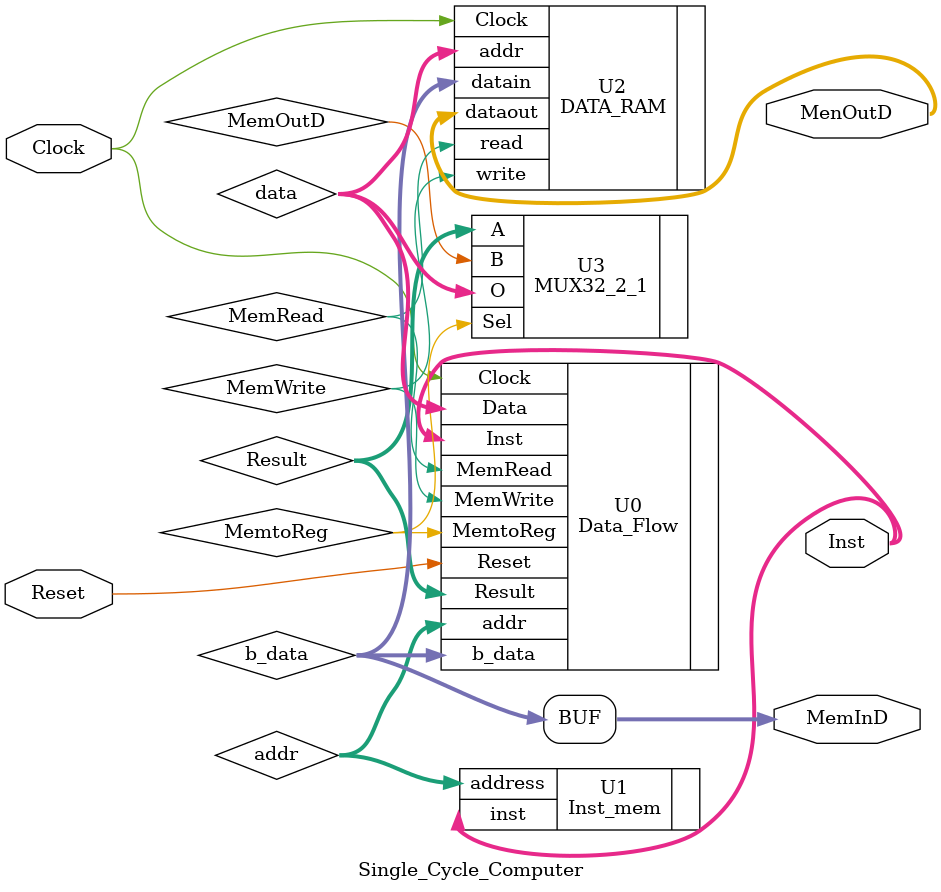
<source format=v>
`timescale 1ns / 1ps
module Single_Cycle_Computer(
	input Reset, Clock,
	output [31:0] Inst, MemInD, MenOutD
    );
	wire MemWrite, MemRead, MemtoReg;
	
	wire [31:0] data, b_data, addr, Result;
	
	Data_Flow U0(.Inst(Inst), .Data(data), .Reset(Reset), .Clock(Clock), .Result(Result), 
	.b_data(b_data), .addr(addr), .MemWrite(MemWrite), .MemRead(MemRead), .MemtoReg(MemtoReg));
	
	Inst_mem U1(.address(addr), .inst(Inst));
	
	DATA_RAM U2(.Clock(Clock), .dataout(MenOutD), .datain(b_data), .addr(data), .write(MemWrite), .read(MemRead));
	
	MUX32_2_1 U3(.A(Result), .B(MemOutD), .Sel(MemtoReg), .O(data));
	
	assign MemInD = b_data;
	
endmodule

</source>
